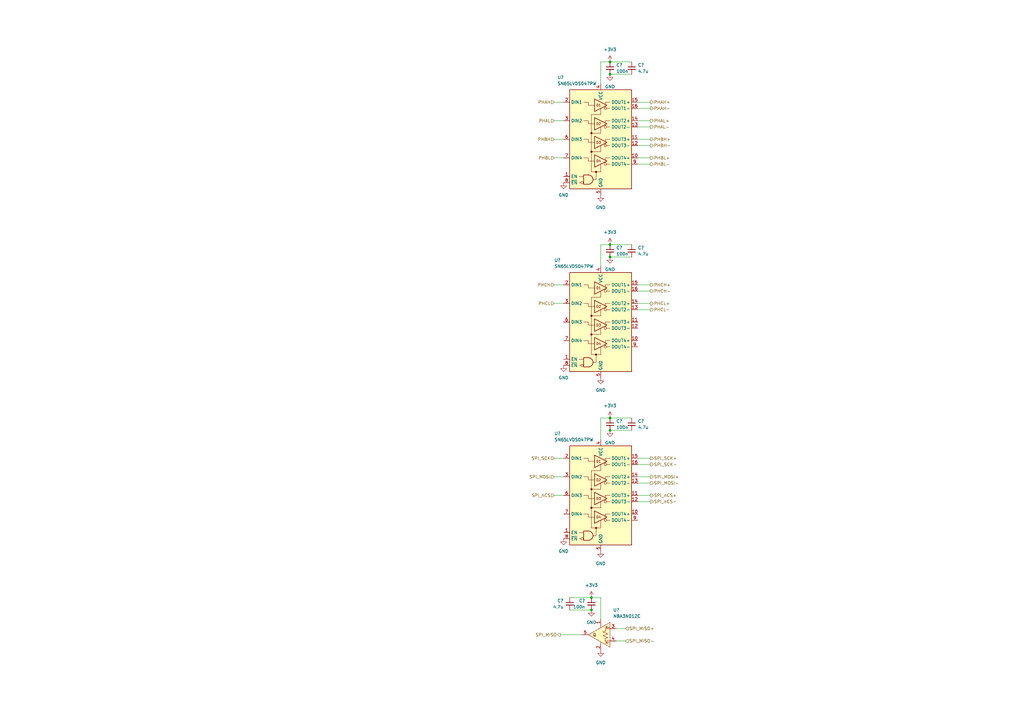
<source format=kicad_sch>
(kicad_sch (version 20211123) (generator eeschema)
  (paper "A3")
  (lib_symbols
    (symbol "Device:C_Small" (pin_numbers hide) (pin_names (offset 0.254) hide)
      (property "Reference" "C" (at 0.254 1.778 0))
      (property "Value" "C_Small" (at 0.254 -2.032 0))
      (symbol "C_Small_0_1"
        (polyline (pts (xy -1.524 -0.508) (xy 1.524 -0.508)) (stroke (width 0.3302)))
        (polyline (pts (xy -1.524 0.508) (xy 1.524 0.508)) (stroke (width 0.3048)))
      )
      (symbol "C_Small_1_1"
        (pin passive line (at 0 2.54 270) (length 2.032) (name "~") (number "1"))
        (pin passive line (at 0 -2.54 90) (length 2.032) (name "~") (number "2"))
      )
    )
    (symbol "Interface:SN65LVDS047PW"
      (property "Reference" "U" (at -12.7 21.59 0))
      (property "Value" "SN65LVDS047PW" (at 1.27 21.59 0))
      (symbol "SN65LVDS047PW_0_1"
        (polyline (pts (xy 1.905 -9.652) (xy 1.905 -9.271)))
        (polyline (pts (xy 1.905 -2.032) (xy 1.905 -1.651)))
        (polyline (pts (xy 1.905 5.588) (xy 1.905 5.969)))
        (polyline (pts (xy 1.905 13.208) (xy 1.905 13.589)))
        (polyline (pts (xy 0 12.7) (xy 0 10.16) (xy -3.81 10.16)))
        (polyline (pts (xy 3.81 0) (xy 1.905 0) (xy 1.905 -0.889)))
        (polyline (pts (xy -1.905 -13.335) (xy -1.905 -16.51) (xy -2.54 -16.51) (xy -3.175 -16.51)))
        (polyline (pts (xy 0 -13.335) (xy -2.54 -13.335) (xy -3.81 -13.335) (xy -3.81 10.16)))
      )
      (symbol "SN65LVDS047PW_1_0"
        (rectangle (start -12.7 20.32) (end 12.7 -20.32) (stroke (width 0.254)) (fill (type background)))
        (circle (center -7.62 -17.78) (radius 0.508))
        (circle (center -3.81 -5.08) (radius 0.3556) (fill (type outline)))
        (circle (center -3.81 2.54) (radius 0.3556) (fill (type outline)))
        (circle (center -1.905 -13.335) (radius 0.3556) (fill (type outline)))
        (polyline (pts (xy 0 -13.335) (xy 0 -10.16)))
        (polyline (pts (xy 3.81 -10.16) (xy 2.413 -10.16)))
        (polyline (pts (xy 3.81 -2.54) (xy 2.413 -2.54)))
        (polyline (pts (xy 3.81 5.08) (xy 2.413 5.08)))
        (polyline (pts (xy 3.81 12.7) (xy 2.413 12.7)))
        (polyline (pts (xy -3.81 -5.08) (xy 0 -5.08) (xy 0 -2.54)))
        (polyline (pts (xy -3.81 2.54) (xy 0 2.54) (xy 0 5.08)))
        (polyline (pts (xy 1.905 -8.509) (xy 1.905 -7.62) (xy 3.81 -7.62)))
        (polyline (pts (xy 1.905 6.731) (xy 1.905 7.62) (xy 3.81 7.62)))
        (polyline (pts (xy 1.905 14.351) (xy 1.905 15.24) (xy 3.81 15.24)))
        (polyline (pts (xy -2.54 -8.89) (xy -5.08 -8.89) (xy -5.08 -7.62) (xy -6.985 -7.62)))
        (polyline (pts (xy -2.54 -1.27) (xy -5.08 -1.27) (xy -5.08 0) (xy -6.985 0)))
        (polyline (pts (xy -2.54 6.35) (xy -5.08 6.35) (xy -5.08 7.62) (xy -6.985 7.62)))
        (polyline (pts (xy -2.54 13.97) (xy -5.08 13.97) (xy -5.08 15.24) (xy -6.985 15.24)))
        (circle (center 1.905 -10.16) (radius 0.508))
        (circle (center 1.905 -2.54) (radius 0.508))
        (circle (center 1.905 5.08) (radius 0.508))
        (circle (center 1.905 12.7) (radius 0.508))
        (text "D1" (at -0.889 13.97 0) (effects (font (size 1.016 1.016))))
        (text "D2" (at -0.889 6.35 0) (effects (font (size 1.016 1.016))))
        (text "D3" (at -0.889 -1.27 0) (effects (font (size 1.016 1.016))))
        (text "D4" (at -0.889 -8.89 0) (effects (font (size 1.016 1.016))))
      )
      (symbol "SN65LVDS047PW_1_1"
        (arc (start -5.08 -18.415) (mid -3.175 -16.51) (end -5.08 -14.605) (stroke (width 0.254)))
        (polyline (pts (xy -8.89 -17.78) (xy -8.128 -17.78)))
        (polyline (pts (xy -8.89 -15.24) (xy -6.985 -15.24)))
        (polyline (pts (xy -5.08 -14.605) (xy -6.985 -14.605) (xy -6.985 -18.415) (xy -5.08 -18.415)) (stroke (width 0.254)))
        (polyline (pts (xy -2.54 -6.35) (xy -2.54 -11.43) (xy 2.54 -8.89) (xy -2.54 -6.35)) (stroke (width 0.254)))
        (polyline (pts (xy -2.54 1.27) (xy -2.54 -3.81) (xy 2.54 -1.27) (xy -2.54 1.27)) (stroke (width 0.254)))
        (polyline (pts (xy -2.54 8.89) (xy -2.54 3.81) (xy 2.54 6.35) (xy -2.54 8.89)) (stroke (width 0.254)))
        (polyline (pts (xy -2.54 16.51) (xy -2.54 11.43) (xy 2.54 13.97) (xy -2.54 16.51)) (stroke (width 0.254)))
        (pin input line (at -15.24 -15.24 0) (length 2.54) (name "EN") (number "1"))
        (pin output line (at 15.24 -7.62 180) (length 2.54) (name "DOUT4+") (number "10"))
        (pin output line (at 15.24 0 180) (length 2.54) (name "DOUT3+") (number "11"))
        (pin output line (at 15.24 -2.54 180) (length 2.54) (name "DOUT3-") (number "12"))
        (pin output line (at 15.24 5.08 180) (length 2.54) (name "DOUT2-") (number "13"))
        (pin output line (at 15.24 7.62 180) (length 2.54) (name "DOUT2+") (number "14"))
        (pin output line (at 15.24 15.24 180) (length 2.54) (name "DOUT1+") (number "15"))
        (pin output line (at 15.24 12.7 180) (length 2.54) (name "DOUT1-") (number "16"))
        (pin input line (at -15.24 15.24 0) (length 2.54) (name "DIN1") (number "2"))
        (pin input line (at -15.24 7.62 0) (length 2.54) (name "DIN2") (number "3"))
        (pin power_in line (at 0 22.86 270) (length 2.54) (name "VCC") (number "4"))
        (pin power_in line (at 0 -22.86 90) (length 2.54) (name "GND") (number "5"))
        (pin input line (at -15.24 0 0) (length 2.54) (name "DIN3") (number "6"))
        (pin input line (at -15.24 -7.62 0) (length 2.54) (name "DIN4") (number "7"))
        (pin input line (at -15.24 -17.78 0) (length 2.54) (name "~{EN}") (number "8"))
        (pin output line (at 15.24 -10.16 180) (length 2.54) (name "DOUT4-") (number "9"))
      )
    )
    (symbol "power:+3V3" (power) (pin_names (offset 0))
      (property "Value" "+3V3" (at 0 3.556 0))
      (symbol "+3V3_0_1"
        (polyline (pts (xy -0.762 1.27) (xy 0 2.54)))
        (polyline (pts (xy 0 0) (xy 0 2.54)))
        (polyline (pts (xy 0 2.54) (xy 0.762 1.27)))
      )
      (symbol "+3V3_1_1"
        (pin power_in line (at 0 0 90) (length 0) hide (name "+3V3") (number "1"))
      )
    )
    (symbol "power:GND" (power) (pin_names (offset 0))
      (property "Value" "GND" (at 0 -3.81 0))
      (symbol "GND_0_1"
        (polyline (pts (xy 0 0) (xy 0 -1.27) (xy 1.27 -1.27) (xy 0 -2.54) (xy -1.27 -1.27) (xy 0 -1.27)))
      )
      (symbol "GND_1_1"
        (pin power_in line (at 0 0 270) (length 0) hide (name "GND") (number "1"))
      )
    )
    (symbol "project:NBA3N012C"
      (property "Reference" "U" (at 2.54 2.54 0))
      (property "Value" "NBA3N012C" (at 7.62 5.08 0))
      (symbol "NBA3N012C_0_0"
        (polyline (pts (xy 0 -5.08) (xy 0 -4.191)))
        (polyline (pts (xy 0 2.54) (xy 0 1.651)))
        (polyline (pts (xy -2.032 0.254) (xy -2.032 1.27) (xy -3.81 1.27)))
        (polyline (pts (xy -1.778 -2.794) (xy -1.778 -3.81) (xy -3.81 -3.81)))
        (text "IN+" (at -2.794 1.778 0) (effects (font (size 0.635 0.635))))
        (text "IN-" (at -2.794 -4.572 0) (effects (font (size 0.635 0.635))))
        (text "Q" (at 2.54 -1.27 0) (effects (font (size 1.27 1.27))))
      )
      (symbol "NBA3N012C_0_1"
        (polyline (pts (xy -3.81 3.81) (xy -3.81 -6.35) (xy 5.08 -1.27) (xy -3.81 3.81)) (fill (type background)))
      )
      (symbol "NBA3N012C_1_1"
        (polyline (pts (xy -1.905 -1.27) (xy -0.889 -1.651) (xy -1.905 -2.032) (xy -2.921 -2.413) (xy -1.905 -2.794)))
        (polyline (pts (xy -1.905 0.254) (xy -0.889 -0.127) (xy -1.905 -0.508) (xy -2.921 -0.889) (xy -1.905 -1.27)))
        (pin input line (at 0 5.08 270) (length 2.54) (name "") (number "1"))
        (pin input line (at 0 -7.62 90) (length 2.54) (name "") (number "2"))
        (pin input line (at -6.35 1.27 0) (length 2.54) (name "") (number "3"))
        (pin input line (at -6.35 -3.81 0) (length 2.54) (name "") (number "4"))
        (pin input line (at 7.62 -1.27 180) (length 2.54) (name "") (number "5"))
      )
    )
  )
  (junction (at 250.19 105.41))
  (junction (at 250.19 25.4))
  (junction (at 242.57 245.11))
  (junction (at 250.19 30.48))
  (junction (at 250.19 171.45))
  (junction (at 242.57 250.19))
  (junction (at 250.19 176.53))
  (junction (at 250.19 100.33))
  (wire (pts (xy 261.62 203.2) (xy 266.7 203.2)))
  (wire (pts (xy 261.62 127) (xy 266.7 127)))
  (wire (pts (xy 246.38 171.45) (xy 246.38 180.34)))
  (wire (pts (xy 250.19 105.41) (xy 259.08 105.41)))
  (wire (pts (xy 261.62 190.5) (xy 266.7 190.5)))
  (wire (pts (xy 242.57 250.19) (xy 233.68 250.19)))
  (wire (pts (xy 261.62 59.69) (xy 266.7 59.69)))
  (wire (pts (xy 261.62 119.38) (xy 266.7 119.38)))
  (wire (pts (xy 261.62 57.15) (xy 266.7 57.15)))
  (wire (pts (xy 250.19 30.48) (xy 259.08 30.48)))
  (wire (pts (xy 261.62 124.46) (xy 266.7 124.46)))
  (wire (pts (xy 261.62 116.84) (xy 266.7 116.84)))
  (wire (pts (xy 250.19 176.53) (xy 259.08 176.53)))
  (wire (pts (xy 227.33 187.96) (xy 231.14 187.96)))
  (wire (pts (xy 261.62 195.58) (xy 266.7 195.58)))
  (wire (pts (xy 261.62 198.12) (xy 266.7 198.12)))
  (wire (pts (xy 261.62 52.07) (xy 266.7 52.07)))
  (wire (pts (xy 227.33 41.91) (xy 231.14 41.91)))
  (wire (pts (xy 233.68 245.11) (xy 242.57 245.11)))
  (wire (pts (xy 246.38 25.4) (xy 246.38 34.29)))
  (wire (pts (xy 259.08 100.33) (xy 250.19 100.33)))
  (wire (pts (xy 252.73 262.89) (xy 256.54 262.89)))
  (wire (pts (xy 227.33 64.77) (xy 231.14 64.77)))
  (wire (pts (xy 261.62 44.45) (xy 266.7 44.45)))
  (wire (pts (xy 227.33 195.58) (xy 231.14 195.58)))
  (wire (pts (xy 227.33 116.84) (xy 231.14 116.84)))
  (wire (pts (xy 250.19 25.4) (xy 246.38 25.4)))
  (wire (pts (xy 261.62 49.53) (xy 266.7 49.53)))
  (wire (pts (xy 227.33 49.53) (xy 231.14 49.53)))
  (wire (pts (xy 246.38 245.11) (xy 246.38 254)))
  (wire (pts (xy 227.33 57.15) (xy 231.14 57.15)))
  (wire (pts (xy 261.62 64.77) (xy 266.7 64.77)))
  (wire (pts (xy 261.62 205.74) (xy 266.7 205.74)))
  (wire (pts (xy 229.87 260.35) (xy 238.76 260.35)))
  (wire (pts (xy 259.08 171.45) (xy 250.19 171.45)))
  (wire (pts (xy 242.57 245.11) (xy 246.38 245.11)))
  (wire (pts (xy 259.08 25.4) (xy 250.19 25.4)))
  (wire (pts (xy 227.33 203.2) (xy 231.14 203.2)))
  (wire (pts (xy 246.38 100.33) (xy 246.38 109.22)))
  (wire (pts (xy 252.73 257.81) (xy 256.54 257.81)))
  (wire (pts (xy 261.62 187.96) (xy 266.7 187.96)))
  (wire (pts (xy 250.19 100.33) (xy 246.38 100.33)))
  (wire (pts (xy 261.62 67.31) (xy 266.7 67.31)))
  (wire (pts (xy 250.19 171.45) (xy 246.38 171.45)))
  (wire (pts (xy 227.33 124.46) (xy 231.14 124.46)))
  (wire (pts (xy 261.62 41.91) (xy 266.7 41.91)))
  (hierarchical_label "PHAH+" (shape output) (at 266.7 41.91 0))
  (hierarchical_label "SPI_MISO" (shape output) (at 229.87 260.35 180))
  (hierarchical_label "PHAL" (shape input) (at 227.33 49.53 180))
  (hierarchical_label "PHCL-" (shape output) (at 266.7 127 0))
  (hierarchical_label "PHAH" (shape input) (at 227.33 41.91 180))
  (hierarchical_label "PHBL" (shape input) (at 227.33 64.77 180))
  (hierarchical_label "PHAL+" (shape output) (at 266.7 49.53 0))
  (hierarchical_label "PHBH-" (shape output) (at 266.7 59.69 0))
  (hierarchical_label "PHBH+" (shape output) (at 266.7 57.15 0))
  (hierarchical_label "SPI_MOSI+" (shape output) (at 266.7 195.58 0))
  (hierarchical_label "PHCH-" (shape output) (at 266.7 119.38 0))
  (hierarchical_label "SPI_MISO+" (shape input) (at 256.54 257.81 0))
  (hierarchical_label "PHCH+" (shape output) (at 266.7 116.84 0))
  (hierarchical_label "PHBH" (shape input) (at 227.33 57.15 180))
  (hierarchical_label "SPI_nCS-" (shape output) (at 266.7 205.74 0))
  (hierarchical_label "SPI_nCS+" (shape output) (at 266.7 203.2 0))
  (hierarchical_label "SPI_SCK-" (shape output) (at 266.7 190.5 0))
  (hierarchical_label "SPI_MISO-" (shape input) (at 256.54 262.89 0))
  (hierarchical_label "SPI_nCS" (shape input) (at 227.33 203.2 180))
  (hierarchical_label "PHBL+" (shape output) (at 266.7 64.77 0))
  (hierarchical_label "PHCL" (shape input) (at 227.33 124.46 180))
  (hierarchical_label "SPI_SCK+" (shape output) (at 266.7 187.96 0))
  (hierarchical_label "PHAL-" (shape output) (at 266.7 52.07 0))
  (hierarchical_label "PHAH-" (shape output) (at 266.7 44.45 0))
  (hierarchical_label "SPI_SCK" (shape input) (at 227.33 187.96 180))
  (hierarchical_label "PHCL+" (shape output) (at 266.7 124.46 0))
  (hierarchical_label "SPI_MOSI-" (shape output) (at 266.7 198.12 0))
  (hierarchical_label "PHCH" (shape input) (at 227.33 116.84 180))
  (hierarchical_label "PHBL-" (shape output) (at 266.7 67.31 0))
  (hierarchical_label "SPI_MOSI" (shape input) (at 227.33 195.58 180))
  (symbol (lib_id "Device:C_Small") (at 250.19 27.94 0) (unit 1)
    (property "Reference" "C?" (at 252.73 26.6762 0) (effects (justify left)))
    (property "Value" "100n" (at 252.73 29.2162 0) (effects (justify left)))
  )
  (symbol (lib_id "power:GND") (at 246.38 154.94 0) (unit 1)
    (property "Reference" "#PWR?" (effects hide))
    (property "Value" "GND" (at 246.38 160.02 0))
  )
  (symbol (lib_id "power:+3V3") (at 250.19 171.45 0) (unit 1)
    (property "Reference" "#PWR?" (effects hide))
    (property "Value" "+3V3" (at 250.19 166.37 0))
  )
  (symbol (lib_id "Device:C_Small") (at 259.08 27.94 0) (unit 1)
    (property "Reference" "C?" (at 261.62 26.6762 0) (effects (justify left)))
    (property "Value" "4.7u" (at 261.62 29.2162 0) (effects (justify left)))
  )
  (symbol (lib_id "power:GND") (at 246.38 80.01 0) (unit 1)
    (property "Reference" "#PWR?" (effects hide))
    (property "Value" "GND" (at 246.38 85.09 0))
  )
  (symbol (lib_id "power:+3V3") (at 250.19 100.33 0) (unit 1)
    (property "Reference" "#PWR?" (effects hide))
    (property "Value" "+3V3" (at 250.19 95.25 0))
  )
  (symbol (lib_id "power:+3V3") (at 250.19 25.4 0) (unit 1)
    (property "Reference" "#PWR?" (effects hide))
    (property "Value" "+3V3" (at 250.19 20.32 0))
  )
  (symbol (lib_id "Device:C_Small") (at 250.19 173.99 0) (unit 1)
    (property "Reference" "C?" (at 252.73 172.7262 0) (effects (justify left)))
    (property "Value" "100n" (at 252.73 175.2662 0) (effects (justify left)))
  )
  (symbol (lib_id "power:+3V3") (at 242.57 245.11 0) (mirror y) (unit 1)
    (property "Reference" "#PWR?" (effects hide))
    (property "Value" "+3V3" (at 242.57 240.03 0))
  )
  (symbol (lib_id "power:GND") (at 250.19 30.48 0) (unit 1)
    (property "Reference" "#PWR?" (effects hide))
    (property "Value" "GND" (at 250.19 35.56 0))
  )
  (symbol (lib_id "power:GND") (at 231.14 220.98 0) (unit 1)
    (property "Reference" "#PWR?" (effects hide))
    (property "Value" "GND" (at 231.14 226.06 0))
  )
  (symbol (lib_id "power:GND") (at 242.57 250.19 0) (mirror y) (unit 1)
    (property "Reference" "#PWR?" (effects hide))
    (property "Value" "GND" (at 242.57 255.27 0))
  )
  (symbol (lib_id "power:GND") (at 246.38 226.06 0) (unit 1)
    (property "Reference" "#PWR?" (effects hide))
    (property "Value" "GND" (at 246.38 231.14 0))
  )
  (symbol (lib_id "power:GND") (at 246.38 266.7 0) (mirror y) (unit 1)
    (property "Reference" "#PWR?" (effects hide))
    (property "Value" "GND" (at 246.38 271.78 0))
  )
  (symbol (lib_id "Device:C_Small") (at 259.08 102.87 0) (unit 1)
    (property "Reference" "C?" (at 261.62 101.6062 0) (effects (justify left)))
    (property "Value" "4.7u" (at 261.62 104.1462 0) (effects (justify left)))
  )
  (symbol (lib_id "Interface:SN65LVDS047PW") (at 246.38 132.08 0) (unit 1)
    (property "Reference" "U?" (at 227.33 106.68 0) (effects (justify left)))
    (property "Value" "SN65LVDS047PW" (at 227.33 109.22 0) (effects (justify left)))
    (property "Footprint" "Package_SO:TSSOP-16_4.4x5mm_P0.65mm" (effects hide))
    (property "Datasheet" "http://www.ti.com/lit/ds/symlink/sn65lvds047.pdf" (effects hide))
  )
  (symbol (lib_id "project:NBA3N012C") (at 246.38 259.08 0) (mirror y) (unit 1)
    (property "Reference" "U?" (at 251.46 250.19 0) (effects (justify right)))
    (property "Value" "NBA3N012C" (at 251.46 252.73 0) (effects (justify right)))
  )
  (symbol (lib_id "power:GND") (at 231.14 74.93 0) (unit 1)
    (property "Reference" "#PWR?" (effects hide))
    (property "Value" "GND" (at 231.14 80.01 0))
  )
  (symbol (lib_id "Device:C_Small") (at 250.19 102.87 0) (unit 1)
    (property "Reference" "C?" (at 252.73 101.6062 0) (effects (justify left)))
    (property "Value" "100n" (at 252.73 104.1462 0) (effects (justify left)))
  )
  (symbol (lib_id "power:GND") (at 250.19 105.41 0) (unit 1)
    (property "Reference" "#PWR?" (effects hide))
    (property "Value" "GND" (at 250.19 110.49 0))
  )
  (symbol (lib_id "Interface:SN65LVDS047PW") (at 246.38 57.15 0) (unit 1)
    (property "Reference" "U?" (at 228.6 31.75 0) (effects (justify left)))
    (property "Value" "SN65LVDS047PW" (at 228.6 34.29 0) (effects (justify left)))
    (property "Footprint" "Package_SO:TSSOP-16_4.4x5mm_P0.65mm" (effects hide))
    (property "Datasheet" "http://www.ti.com/lit/ds/symlink/sn65lvds047.pdf" (effects hide))
  )
  (symbol (lib_id "Device:C_Small") (at 233.68 247.65 0) (mirror y) (unit 1)
    (property "Reference" "C?" (at 231.14 246.3862 0) (effects (justify left)))
    (property "Value" "4.7u" (at 231.14 248.9262 0) (effects (justify left)))
  )
  (symbol (lib_id "Device:C_Small") (at 259.08 173.99 0) (unit 1)
    (property "Reference" "C?" (at 261.62 172.7262 0) (effects (justify left)))
    (property "Value" "4.7u" (at 261.62 175.2662 0) (effects (justify left)))
  )
  (symbol (lib_id "power:GND") (at 250.19 176.53 0) (unit 1)
    (property "Reference" "#PWR?" (effects hide))
    (property "Value" "GND" (at 250.19 181.61 0))
  )
  (symbol (lib_id "Interface:SN65LVDS047PW") (at 246.38 203.2 0) (unit 1)
    (property "Reference" "U?" (at 227.33 177.8 0) (effects (justify left)))
    (property "Value" "SN65LVDS047PW" (at 227.33 180.34 0) (effects (justify left)))
    (property "Footprint" "Package_SO:TSSOP-16_4.4x5mm_P0.65mm" (effects hide))
    (property "Datasheet" "http://www.ti.com/lit/ds/symlink/sn65lvds047.pdf" (effects hide))
  )
  (symbol (lib_id "power:GND") (at 231.14 149.86 0) (unit 1)
    (property "Reference" "#PWR?" (effects hide))
    (property "Value" "GND" (at 231.14 154.94 0))
  )
  (symbol (lib_id "Device:C_Small") (at 242.57 247.65 0) (mirror y) (unit 1)
    (property "Reference" "C?" (at 240.03 246.3862 0) (effects (justify left)))
    (property "Value" "100n" (at 240.03 248.9262 0) (effects (justify left)))
  )
)
</source>
